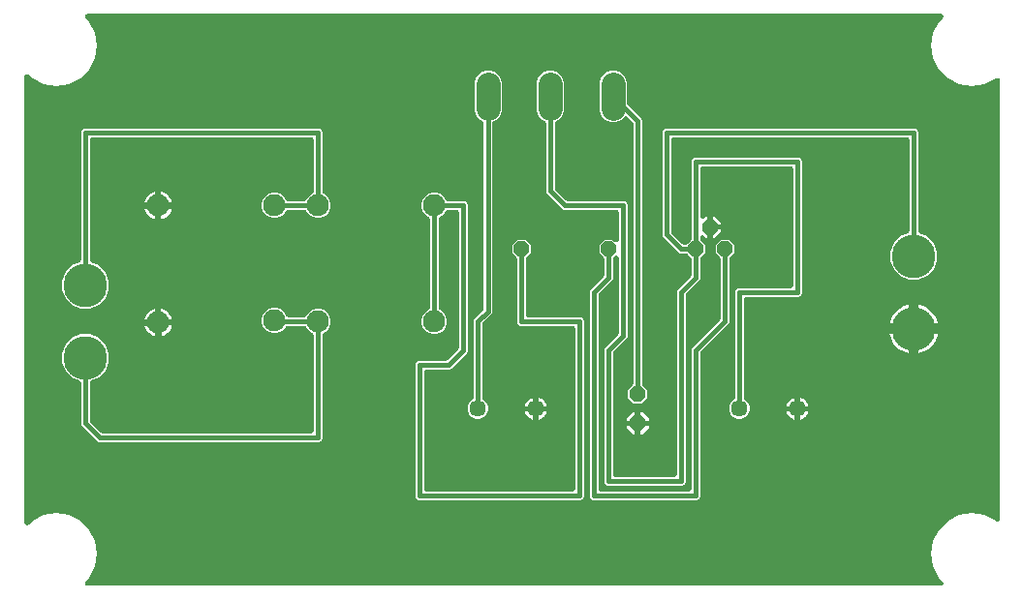
<source format=gbr>
G04 EAGLE Gerber RS-274X export*
G75*
%MOMM*%
%FSLAX34Y34*%
%LPD*%
%INBottom Copper*%
%IPPOS*%
%AMOC8*
5,1,8,0,0,1.08239X$1,22.5*%
G01*
%ADD10P,1.539592X8X292.500000*%
%ADD11C,1.450000*%
%ADD12C,1.930400*%
%ADD13P,1.429621X8X22.500000*%
%ADD14C,2.095500*%
%ADD15C,3.810000*%
%ADD16C,0.457200*%
%ADD17C,0.756400*%

G36*
X950862Y289577D02*
X950862Y289577D01*
X951033Y289587D01*
X951074Y289597D01*
X951116Y289601D01*
X951281Y289648D01*
X951448Y289690D01*
X951486Y289707D01*
X951526Y289719D01*
X951680Y289796D01*
X951836Y289868D01*
X951870Y289893D01*
X951907Y289912D01*
X952043Y290016D01*
X952184Y290116D01*
X952213Y290146D01*
X952246Y290172D01*
X952361Y290300D01*
X952480Y290424D01*
X952502Y290459D01*
X952531Y290491D01*
X952619Y290638D01*
X952713Y290782D01*
X952729Y290821D01*
X952751Y290857D01*
X952810Y291017D01*
X952876Y291177D01*
X952884Y291218D01*
X952899Y291257D01*
X952927Y291426D01*
X952962Y291595D01*
X952963Y291637D01*
X952970Y291678D01*
X952966Y291850D01*
X952969Y292022D01*
X952962Y292063D01*
X952961Y292105D01*
X952926Y292273D01*
X952897Y292443D01*
X952882Y292482D01*
X952873Y292523D01*
X952807Y292682D01*
X952747Y292843D01*
X952725Y292879D01*
X952709Y292918D01*
X952615Y293061D01*
X952526Y293208D01*
X952494Y293245D01*
X952474Y293274D01*
X952418Y293333D01*
X952307Y293462D01*
X949154Y296615D01*
X944107Y306520D01*
X942368Y317500D01*
X944107Y328480D01*
X949154Y338385D01*
X957015Y346246D01*
X966920Y351293D01*
X977900Y353032D01*
X988880Y351293D01*
X998849Y346214D01*
X998899Y346169D01*
X998935Y346148D01*
X998967Y346121D01*
X999117Y346038D01*
X999265Y345949D01*
X999304Y345935D01*
X999341Y345915D01*
X999504Y345861D01*
X999665Y345801D01*
X999706Y345794D01*
X999746Y345781D01*
X999917Y345759D01*
X1000086Y345730D01*
X1000128Y345731D01*
X1000170Y345726D01*
X1000341Y345735D01*
X1000513Y345739D01*
X1000555Y345747D01*
X1000596Y345750D01*
X1000763Y345791D01*
X1000931Y345827D01*
X1000970Y345843D01*
X1001011Y345853D01*
X1001167Y345925D01*
X1001326Y345991D01*
X1001361Y346014D01*
X1001399Y346031D01*
X1001539Y346131D01*
X1001683Y346226D01*
X1001713Y346255D01*
X1001747Y346279D01*
X1001866Y346403D01*
X1001989Y346523D01*
X1002014Y346557D01*
X1002043Y346587D01*
X1002136Y346731D01*
X1002236Y346871D01*
X1002253Y346910D01*
X1002276Y346945D01*
X1002342Y347103D01*
X1002413Y347260D01*
X1002423Y347301D01*
X1002439Y347340D01*
X1002474Y347508D01*
X1002515Y347675D01*
X1002518Y347723D01*
X1002525Y347758D01*
X1002527Y347839D01*
X1002539Y348009D01*
X1002539Y731491D01*
X1002523Y731662D01*
X1002513Y731834D01*
X1002503Y731874D01*
X1002499Y731916D01*
X1002452Y732082D01*
X1002410Y732248D01*
X1002393Y732286D01*
X1002381Y732326D01*
X1002304Y732480D01*
X1002232Y732636D01*
X1002207Y732670D01*
X1002188Y732707D01*
X1002084Y732844D01*
X1001984Y732984D01*
X1001954Y733013D01*
X1001928Y733046D01*
X1001800Y733161D01*
X1001676Y733280D01*
X1001641Y733303D01*
X1001609Y733331D01*
X1001462Y733419D01*
X1001318Y733513D01*
X1001279Y733529D01*
X1001243Y733551D01*
X1001083Y733610D01*
X1000923Y733676D01*
X1000882Y733684D01*
X1000843Y733699D01*
X1000673Y733727D01*
X1000505Y733762D01*
X1000463Y733763D01*
X1000422Y733770D01*
X1000249Y733766D01*
X1000078Y733769D01*
X1000037Y733762D01*
X999995Y733761D01*
X999826Y733726D01*
X999657Y733697D01*
X999618Y733682D01*
X999577Y733673D01*
X999418Y733607D01*
X999257Y733547D01*
X999221Y733525D01*
X999182Y733509D01*
X999039Y733415D01*
X998892Y733325D01*
X998855Y733294D01*
X998826Y733274D01*
X998825Y733274D01*
X988880Y728207D01*
X977900Y726468D01*
X966920Y728207D01*
X957015Y733254D01*
X949154Y741115D01*
X944107Y751020D01*
X942368Y762000D01*
X944107Y772980D01*
X949154Y782885D01*
X952207Y785938D01*
X952316Y786070D01*
X952431Y786199D01*
X952452Y786235D01*
X952479Y786267D01*
X952562Y786417D01*
X952651Y786565D01*
X952665Y786604D01*
X952686Y786641D01*
X952739Y786804D01*
X952799Y786965D01*
X952806Y787007D01*
X952819Y787047D01*
X952841Y787217D01*
X952870Y787386D01*
X952869Y787428D01*
X952874Y787470D01*
X952865Y787642D01*
X952861Y787813D01*
X952852Y787855D01*
X952850Y787897D01*
X952809Y788063D01*
X952773Y788231D01*
X952757Y788270D01*
X952747Y788311D01*
X952675Y788467D01*
X952609Y788626D01*
X952586Y788661D01*
X952568Y788699D01*
X952469Y788839D01*
X952374Y788983D01*
X952345Y789013D01*
X952321Y789047D01*
X952197Y789166D01*
X952077Y789289D01*
X952043Y789314D01*
X952013Y789343D01*
X951869Y789437D01*
X951729Y789536D01*
X951690Y789553D01*
X951655Y789576D01*
X951496Y789642D01*
X951340Y789713D01*
X951299Y789723D01*
X951260Y789739D01*
X951092Y789774D01*
X950925Y789815D01*
X950877Y789818D01*
X950842Y789825D01*
X950761Y789827D01*
X950591Y789839D01*
X205109Y789839D01*
X204938Y789823D01*
X204767Y789813D01*
X204726Y789803D01*
X204684Y789799D01*
X204519Y789752D01*
X204352Y789710D01*
X204314Y789693D01*
X204274Y789681D01*
X204120Y789604D01*
X203964Y789532D01*
X203930Y789507D01*
X203893Y789488D01*
X203757Y789384D01*
X203616Y789284D01*
X203587Y789254D01*
X203554Y789228D01*
X203439Y789100D01*
X203320Y788976D01*
X203298Y788941D01*
X203269Y788909D01*
X203181Y788762D01*
X203087Y788618D01*
X203071Y788579D01*
X203049Y788543D01*
X202990Y788383D01*
X202924Y788223D01*
X202916Y788182D01*
X202901Y788143D01*
X202873Y787974D01*
X202838Y787805D01*
X202837Y787763D01*
X202830Y787722D01*
X202834Y787550D01*
X202831Y787378D01*
X202838Y787337D01*
X202839Y787295D01*
X202874Y787127D01*
X202903Y786957D01*
X202918Y786918D01*
X202927Y786877D01*
X202993Y786718D01*
X203053Y786557D01*
X203075Y786521D01*
X203091Y786482D01*
X203185Y786339D01*
X203274Y786192D01*
X203306Y786155D01*
X203326Y786126D01*
X203382Y786067D01*
X203493Y785938D01*
X206546Y782885D01*
X211593Y772980D01*
X213332Y762000D01*
X211593Y751020D01*
X206546Y741115D01*
X198685Y733254D01*
X188780Y728207D01*
X177800Y726468D01*
X166820Y728207D01*
X156915Y733254D01*
X153762Y736407D01*
X153630Y736516D01*
X153501Y736631D01*
X153465Y736652D01*
X153433Y736679D01*
X153283Y736762D01*
X153135Y736851D01*
X153096Y736865D01*
X153059Y736886D01*
X152896Y736939D01*
X152735Y736999D01*
X152693Y737006D01*
X152653Y737019D01*
X152483Y737041D01*
X152314Y737070D01*
X152272Y737069D01*
X152230Y737074D01*
X152058Y737065D01*
X151887Y737061D01*
X151845Y737052D01*
X151803Y737050D01*
X151637Y737009D01*
X151469Y736973D01*
X151430Y736957D01*
X151389Y736947D01*
X151233Y736875D01*
X151074Y736809D01*
X151039Y736786D01*
X151001Y736768D01*
X150861Y736669D01*
X150717Y736574D01*
X150687Y736545D01*
X150653Y736521D01*
X150534Y736397D01*
X150411Y736277D01*
X150386Y736243D01*
X150357Y736213D01*
X150263Y736069D01*
X150164Y735929D01*
X150147Y735890D01*
X150124Y735855D01*
X150058Y735696D01*
X149987Y735540D01*
X149977Y735499D01*
X149961Y735460D01*
X149926Y735292D01*
X149885Y735125D01*
X149882Y735077D01*
X149875Y735042D01*
X149873Y734961D01*
X149861Y734791D01*
X149861Y344709D01*
X149877Y344538D01*
X149887Y344367D01*
X149897Y344326D01*
X149901Y344284D01*
X149948Y344119D01*
X149990Y343952D01*
X150007Y343914D01*
X150019Y343874D01*
X150096Y343720D01*
X150168Y343564D01*
X150193Y343530D01*
X150212Y343493D01*
X150316Y343357D01*
X150416Y343216D01*
X150446Y343187D01*
X150472Y343154D01*
X150600Y343039D01*
X150724Y342920D01*
X150759Y342898D01*
X150791Y342869D01*
X150938Y342781D01*
X151082Y342687D01*
X151121Y342671D01*
X151157Y342649D01*
X151317Y342590D01*
X151477Y342524D01*
X151518Y342516D01*
X151557Y342501D01*
X151726Y342473D01*
X151895Y342438D01*
X151937Y342437D01*
X151978Y342430D01*
X152150Y342434D01*
X152322Y342431D01*
X152363Y342438D01*
X152405Y342439D01*
X152573Y342474D01*
X152743Y342503D01*
X152782Y342518D01*
X152823Y342527D01*
X152982Y342593D01*
X153143Y342653D01*
X153179Y342675D01*
X153218Y342691D01*
X153361Y342785D01*
X153508Y342874D01*
X153545Y342906D01*
X153574Y342926D01*
X153633Y342982D01*
X153762Y343093D01*
X156915Y346246D01*
X166820Y351293D01*
X177800Y353032D01*
X188780Y351293D01*
X198685Y346246D01*
X206546Y338385D01*
X211593Y328480D01*
X213332Y317500D01*
X211593Y306520D01*
X206546Y296615D01*
X203393Y293462D01*
X203284Y293330D01*
X203169Y293201D01*
X203148Y293165D01*
X203121Y293133D01*
X203038Y292983D01*
X202949Y292835D01*
X202935Y292796D01*
X202914Y292759D01*
X202861Y292596D01*
X202801Y292435D01*
X202794Y292393D01*
X202781Y292353D01*
X202759Y292183D01*
X202730Y292014D01*
X202731Y291972D01*
X202726Y291930D01*
X202735Y291758D01*
X202739Y291587D01*
X202748Y291545D01*
X202750Y291503D01*
X202791Y291337D01*
X202827Y291169D01*
X202843Y291130D01*
X202853Y291089D01*
X202925Y290933D01*
X202991Y290774D01*
X203014Y290739D01*
X203032Y290701D01*
X203131Y290561D01*
X203226Y290417D01*
X203255Y290387D01*
X203279Y290353D01*
X203403Y290234D01*
X203523Y290111D01*
X203557Y290086D01*
X203587Y290057D01*
X203731Y289963D01*
X203871Y289864D01*
X203910Y289847D01*
X203945Y289824D01*
X204104Y289758D01*
X204260Y289687D01*
X204301Y289677D01*
X204340Y289661D01*
X204508Y289626D01*
X204675Y289585D01*
X204723Y289582D01*
X204758Y289575D01*
X204839Y289573D01*
X205009Y289561D01*
X950691Y289561D01*
X950862Y289577D01*
G37*
%LPC*%
G36*
X646942Y364489D02*
X646942Y364489D01*
X645541Y365069D01*
X644469Y366141D01*
X643889Y367542D01*
X643889Y546858D01*
X644469Y548259D01*
X655920Y559709D01*
X655976Y559777D01*
X656039Y559838D01*
X656112Y559941D01*
X656192Y560038D01*
X656235Y560115D01*
X656286Y560187D01*
X656338Y560302D01*
X656399Y560412D01*
X656426Y560495D01*
X656463Y560576D01*
X656493Y560698D01*
X656532Y560818D01*
X656544Y560905D01*
X656565Y560991D01*
X656577Y561161D01*
X656588Y561241D01*
X656586Y561277D01*
X656589Y561325D01*
X656589Y575568D01*
X656581Y575656D01*
X656582Y575744D01*
X656561Y575868D01*
X656549Y575994D01*
X656525Y576078D01*
X656510Y576165D01*
X656466Y576283D01*
X656431Y576404D01*
X656391Y576483D01*
X656360Y576565D01*
X656295Y576673D01*
X656238Y576785D01*
X656185Y576855D01*
X656139Y576930D01*
X656028Y577059D01*
X655978Y577124D01*
X655952Y577148D01*
X655920Y577184D01*
X652271Y580833D01*
X652271Y587567D01*
X657033Y592329D01*
X663767Y592329D01*
X665388Y590708D01*
X665520Y590598D01*
X665649Y590484D01*
X665685Y590462D01*
X665717Y590435D01*
X665867Y590352D01*
X666015Y590264D01*
X666054Y590249D01*
X666091Y590229D01*
X666254Y590175D01*
X666415Y590115D01*
X666457Y590108D01*
X666497Y590095D01*
X666667Y590073D01*
X666836Y590044D01*
X666878Y590045D01*
X666920Y590040D01*
X667092Y590050D01*
X667263Y590053D01*
X667305Y590062D01*
X667347Y590064D01*
X667513Y590106D01*
X667681Y590141D01*
X667720Y590157D01*
X667761Y590167D01*
X667917Y590239D01*
X668076Y590305D01*
X668111Y590328D01*
X668149Y590346D01*
X668289Y590445D01*
X668433Y590540D01*
X668463Y590569D01*
X668497Y590593D01*
X668616Y590717D01*
X668739Y590837D01*
X668764Y590871D01*
X668793Y590901D01*
X668887Y591045D01*
X668986Y591186D01*
X669003Y591224D01*
X669026Y591259D01*
X669092Y591418D01*
X669163Y591574D01*
X669173Y591615D01*
X669189Y591654D01*
X669224Y591822D01*
X669265Y591989D01*
X669268Y592038D01*
X669275Y592072D01*
X669277Y592154D01*
X669289Y592324D01*
X669289Y616204D01*
X669277Y616333D01*
X669275Y616463D01*
X669257Y616546D01*
X669249Y616629D01*
X669213Y616754D01*
X669187Y616881D01*
X669154Y616959D01*
X669131Y617040D01*
X669072Y617156D01*
X669022Y617276D01*
X668976Y617346D01*
X668938Y617421D01*
X668859Y617524D01*
X668788Y617633D01*
X668729Y617693D01*
X668678Y617760D01*
X668581Y617846D01*
X668491Y617939D01*
X668422Y617988D01*
X668359Y618044D01*
X668248Y618111D01*
X668142Y618186D01*
X668065Y618221D01*
X667993Y618264D01*
X667872Y618309D01*
X667753Y618363D01*
X667672Y618383D01*
X667593Y618412D01*
X667465Y618434D01*
X667338Y618465D01*
X667237Y618472D01*
X667172Y618483D01*
X667106Y618482D01*
X667004Y618489D01*
X621542Y618489D01*
X620141Y619069D01*
X606369Y632841D01*
X605789Y634242D01*
X605789Y694133D01*
X605779Y694241D01*
X605779Y694351D01*
X605759Y694454D01*
X605749Y694558D01*
X605719Y694663D01*
X605699Y694770D01*
X605660Y694868D01*
X605631Y694969D01*
X605582Y695066D01*
X605542Y695167D01*
X605486Y695256D01*
X605438Y695350D01*
X605372Y695436D01*
X605314Y695528D01*
X605242Y695605D01*
X605178Y695688D01*
X605097Y695761D01*
X605022Y695841D01*
X604938Y695903D01*
X604859Y695973D01*
X604766Y696029D01*
X604678Y696093D01*
X604559Y696153D01*
X604493Y696193D01*
X604445Y696211D01*
X604379Y696244D01*
X602801Y696898D01*
X599425Y700274D01*
X597598Y704685D01*
X597598Y730415D01*
X599425Y734826D01*
X602801Y738203D01*
X607213Y740030D01*
X611987Y740030D01*
X616399Y738203D01*
X619775Y734826D01*
X621602Y730415D01*
X621602Y704685D01*
X619775Y700274D01*
X616399Y696898D01*
X614821Y696244D01*
X614725Y696193D01*
X614624Y696151D01*
X614537Y696094D01*
X614444Y696045D01*
X614359Y695977D01*
X614267Y695917D01*
X614192Y695844D01*
X614110Y695778D01*
X614039Y695696D01*
X613961Y695620D01*
X613900Y695534D01*
X613832Y695454D01*
X613777Y695360D01*
X613714Y695271D01*
X613671Y695175D01*
X613618Y695084D01*
X613582Y694981D01*
X613537Y694882D01*
X613512Y694780D01*
X613477Y694681D01*
X613461Y694573D01*
X613435Y694467D01*
X613426Y694335D01*
X613414Y694259D01*
X613416Y694207D01*
X613411Y694133D01*
X613411Y637525D01*
X613419Y637437D01*
X613418Y637349D01*
X613439Y637225D01*
X613451Y637100D01*
X613475Y637015D01*
X613490Y636928D01*
X613534Y636810D01*
X613569Y636689D01*
X613609Y636611D01*
X613640Y636528D01*
X613705Y636420D01*
X613762Y636308D01*
X613815Y636238D01*
X613861Y636163D01*
X613972Y636034D01*
X614022Y635970D01*
X614048Y635946D01*
X614080Y635909D01*
X623209Y626780D01*
X623277Y626724D01*
X623338Y626661D01*
X623441Y626588D01*
X623538Y626508D01*
X623615Y626465D01*
X623687Y626414D01*
X623802Y626362D01*
X623912Y626301D01*
X623995Y626274D01*
X624076Y626237D01*
X624198Y626207D01*
X624318Y626168D01*
X624405Y626156D01*
X624491Y626135D01*
X624661Y626123D01*
X624741Y626112D01*
X624777Y626114D01*
X624825Y626111D01*
X673858Y626111D01*
X675259Y625531D01*
X676331Y624459D01*
X676911Y623058D01*
X676911Y507242D01*
X676331Y505841D01*
X664880Y494391D01*
X664824Y494323D01*
X664761Y494262D01*
X664688Y494159D01*
X664608Y494062D01*
X664565Y493985D01*
X664514Y493913D01*
X664462Y493798D01*
X664401Y493688D01*
X664374Y493605D01*
X664337Y493524D01*
X664307Y493402D01*
X664268Y493282D01*
X664256Y493195D01*
X664235Y493109D01*
X664223Y492939D01*
X664212Y492859D01*
X664214Y492823D01*
X664211Y492775D01*
X664211Y387096D01*
X664223Y386967D01*
X664225Y386837D01*
X664243Y386754D01*
X664251Y386671D01*
X664287Y386546D01*
X664313Y386419D01*
X664346Y386341D01*
X664369Y386260D01*
X664428Y386144D01*
X664478Y386024D01*
X664524Y385954D01*
X664562Y385879D01*
X664641Y385776D01*
X664712Y385667D01*
X664771Y385607D01*
X664822Y385540D01*
X664919Y385454D01*
X665009Y385361D01*
X665078Y385312D01*
X665141Y385256D01*
X665252Y385189D01*
X665358Y385114D01*
X665435Y385079D01*
X665507Y385036D01*
X665628Y384991D01*
X665747Y384937D01*
X665828Y384917D01*
X665907Y384888D01*
X666035Y384866D01*
X666162Y384835D01*
X666263Y384828D01*
X666328Y384817D01*
X666394Y384818D01*
X666496Y384811D01*
X717804Y384811D01*
X717933Y384823D01*
X718063Y384825D01*
X718146Y384843D01*
X718229Y384851D01*
X718354Y384887D01*
X718481Y384913D01*
X718559Y384946D01*
X718640Y384969D01*
X718756Y385028D01*
X718876Y385078D01*
X718946Y385124D01*
X719021Y385162D01*
X719124Y385241D01*
X719233Y385312D01*
X719293Y385371D01*
X719360Y385422D01*
X719446Y385519D01*
X719539Y385609D01*
X719588Y385678D01*
X719644Y385741D01*
X719711Y385852D01*
X719786Y385958D01*
X719821Y386035D01*
X719864Y386107D01*
X719909Y386228D01*
X719963Y386347D01*
X719983Y386428D01*
X720012Y386507D01*
X720034Y386635D01*
X720065Y386762D01*
X720072Y386863D01*
X720083Y386928D01*
X720082Y386994D01*
X720089Y387096D01*
X720089Y546858D01*
X720669Y548259D01*
X732120Y559709D01*
X732176Y559777D01*
X732239Y559838D01*
X732312Y559941D01*
X732392Y560038D01*
X732435Y560115D01*
X732486Y560187D01*
X732538Y560302D01*
X732599Y560412D01*
X732626Y560495D01*
X732663Y560576D01*
X732693Y560698D01*
X732732Y560818D01*
X732744Y560905D01*
X732765Y560991D01*
X732777Y561161D01*
X732788Y561241D01*
X732786Y561277D01*
X732789Y561325D01*
X732789Y575568D01*
X732781Y575656D01*
X732782Y575744D01*
X732761Y575868D01*
X732749Y575994D01*
X732725Y576078D01*
X732710Y576165D01*
X732666Y576283D01*
X732631Y576404D01*
X732591Y576483D01*
X732560Y576565D01*
X732495Y576673D01*
X732438Y576785D01*
X732385Y576855D01*
X732339Y576930D01*
X732228Y577059D01*
X732178Y577124D01*
X732152Y577148D01*
X732120Y577184D01*
X729584Y579720D01*
X729517Y579776D01*
X729455Y579839D01*
X729352Y579912D01*
X729255Y579992D01*
X729178Y580035D01*
X729106Y580086D01*
X728992Y580138D01*
X728882Y580199D01*
X728798Y580226D01*
X728718Y580263D01*
X728595Y580293D01*
X728476Y580332D01*
X728388Y580344D01*
X728303Y580365D01*
X728133Y580377D01*
X728052Y580388D01*
X728017Y580386D01*
X727968Y580389D01*
X723142Y580389D01*
X721741Y580969D01*
X707969Y594741D01*
X707389Y596142D01*
X707389Y686558D01*
X707969Y687959D01*
X709041Y689031D01*
X710442Y689611D01*
X927858Y689611D01*
X929259Y689031D01*
X930331Y687959D01*
X930911Y686558D01*
X930911Y600068D01*
X930921Y599960D01*
X930921Y599851D01*
X930941Y599748D01*
X930951Y599643D01*
X930981Y599538D01*
X931001Y599431D01*
X931040Y599334D01*
X931069Y599233D01*
X931118Y599135D01*
X931158Y599034D01*
X931214Y598945D01*
X931262Y598852D01*
X931328Y598765D01*
X931386Y598673D01*
X931458Y598596D01*
X931522Y598513D01*
X931603Y598440D01*
X931678Y598361D01*
X931762Y598298D01*
X931841Y598229D01*
X931934Y598172D01*
X932022Y598108D01*
X932141Y598048D01*
X932207Y598008D01*
X932255Y597991D01*
X932321Y597957D01*
X938755Y595292D01*
X944542Y589505D01*
X947675Y581943D01*
X947675Y573757D01*
X944542Y566195D01*
X938755Y560408D01*
X931193Y557275D01*
X923007Y557275D01*
X915445Y560408D01*
X909658Y566195D01*
X906525Y573757D01*
X906525Y581943D01*
X909658Y589505D01*
X915445Y595292D01*
X921879Y597957D01*
X921975Y598008D01*
X922076Y598050D01*
X922163Y598108D01*
X922256Y598157D01*
X922341Y598225D01*
X922433Y598285D01*
X922508Y598358D01*
X922590Y598423D01*
X922661Y598506D01*
X922739Y598582D01*
X922800Y598667D01*
X922868Y598747D01*
X922923Y598841D01*
X922986Y598931D01*
X923029Y599026D01*
X923082Y599117D01*
X923118Y599220D01*
X923163Y599319D01*
X923188Y599421D01*
X923223Y599520D01*
X923239Y599628D01*
X923265Y599734D01*
X923274Y599867D01*
X923286Y599943D01*
X923284Y599994D01*
X923289Y600068D01*
X923289Y679704D01*
X923277Y679833D01*
X923275Y679963D01*
X923257Y680046D01*
X923249Y680129D01*
X923213Y680254D01*
X923187Y680381D01*
X923154Y680459D01*
X923131Y680540D01*
X923072Y680656D01*
X923022Y680776D01*
X922976Y680846D01*
X922938Y680921D01*
X922859Y681024D01*
X922788Y681133D01*
X922729Y681193D01*
X922678Y681260D01*
X922581Y681346D01*
X922491Y681439D01*
X922422Y681488D01*
X922359Y681544D01*
X922248Y681611D01*
X922142Y681686D01*
X922065Y681721D01*
X921993Y681764D01*
X921872Y681809D01*
X921753Y681863D01*
X921672Y681883D01*
X921593Y681912D01*
X921465Y681934D01*
X921338Y681965D01*
X921237Y681972D01*
X921172Y681983D01*
X921106Y681982D01*
X921004Y681989D01*
X717296Y681989D01*
X717167Y681977D01*
X717037Y681975D01*
X716954Y681957D01*
X716871Y681949D01*
X716746Y681913D01*
X716619Y681887D01*
X716541Y681854D01*
X716460Y681831D01*
X716344Y681772D01*
X716224Y681722D01*
X716154Y681676D01*
X716079Y681638D01*
X715976Y681559D01*
X715867Y681488D01*
X715807Y681429D01*
X715740Y681378D01*
X715654Y681281D01*
X715561Y681191D01*
X715512Y681122D01*
X715456Y681059D01*
X715389Y680948D01*
X715314Y680842D01*
X715279Y680765D01*
X715236Y680693D01*
X715191Y680572D01*
X715137Y680453D01*
X715117Y680372D01*
X715088Y680293D01*
X715066Y680165D01*
X715035Y680038D01*
X715028Y679937D01*
X715017Y679872D01*
X715018Y679806D01*
X715011Y679704D01*
X715011Y599425D01*
X715019Y599337D01*
X715018Y599249D01*
X715039Y599125D01*
X715051Y599000D01*
X715075Y598915D01*
X715090Y598828D01*
X715134Y598710D01*
X715169Y598589D01*
X715209Y598511D01*
X715240Y598428D01*
X715305Y598320D01*
X715362Y598208D01*
X715415Y598138D01*
X715461Y598063D01*
X715572Y597934D01*
X715622Y597870D01*
X715648Y597846D01*
X715680Y597809D01*
X724809Y588680D01*
X724877Y588624D01*
X724938Y588561D01*
X725041Y588488D01*
X725138Y588408D01*
X725215Y588365D01*
X725287Y588314D01*
X725402Y588262D01*
X725512Y588201D01*
X725595Y588174D01*
X725676Y588137D01*
X725798Y588107D01*
X725918Y588068D01*
X726005Y588056D01*
X726091Y588035D01*
X726261Y588023D01*
X726341Y588012D01*
X726377Y588014D01*
X726425Y588011D01*
X727968Y588011D01*
X728056Y588019D01*
X728144Y588018D01*
X728268Y588039D01*
X728394Y588051D01*
X728478Y588075D01*
X728565Y588090D01*
X728683Y588134D01*
X728804Y588169D01*
X728883Y588209D01*
X728965Y588240D01*
X729073Y588305D01*
X729185Y588362D01*
X729255Y588415D01*
X729330Y588461D01*
X729459Y588572D01*
X729524Y588622D01*
X729548Y588648D01*
X729584Y588680D01*
X732120Y591216D01*
X732176Y591283D01*
X732239Y591345D01*
X732312Y591448D01*
X732392Y591545D01*
X732435Y591622D01*
X732486Y591694D01*
X732538Y591808D01*
X732599Y591918D01*
X732626Y592002D01*
X732663Y592082D01*
X732693Y592205D01*
X732732Y592324D01*
X732744Y592412D01*
X732765Y592497D01*
X732777Y592667D01*
X732788Y592748D01*
X732786Y592783D01*
X732789Y592832D01*
X732789Y661158D01*
X733369Y662559D01*
X734441Y663631D01*
X735842Y664211D01*
X826258Y664211D01*
X827659Y663631D01*
X828731Y662559D01*
X829311Y661158D01*
X829311Y545342D01*
X828731Y543941D01*
X827659Y542869D01*
X826258Y542289D01*
X780796Y542289D01*
X780667Y542277D01*
X780537Y542275D01*
X780454Y542257D01*
X780371Y542249D01*
X780246Y542213D01*
X780119Y542187D01*
X780041Y542154D01*
X779960Y542131D01*
X779844Y542072D01*
X779724Y542022D01*
X779654Y541976D01*
X779579Y541938D01*
X779476Y541859D01*
X779367Y541788D01*
X779307Y541729D01*
X779240Y541678D01*
X779154Y541581D01*
X779061Y541491D01*
X779012Y541422D01*
X778956Y541359D01*
X778889Y541248D01*
X778814Y541142D01*
X778779Y541065D01*
X778736Y540993D01*
X778691Y540872D01*
X778637Y540753D01*
X778617Y540672D01*
X778588Y540593D01*
X778566Y540465D01*
X778535Y540338D01*
X778528Y540237D01*
X778517Y540172D01*
X778518Y540106D01*
X778511Y540004D01*
X778511Y453946D01*
X778521Y453838D01*
X778521Y453729D01*
X778541Y453625D01*
X778551Y453521D01*
X778581Y453416D01*
X778601Y453309D01*
X778640Y453212D01*
X778669Y453111D01*
X778718Y453013D01*
X778758Y452912D01*
X778814Y452823D01*
X778862Y452729D01*
X778928Y452643D01*
X778986Y452551D01*
X779058Y452474D01*
X779122Y452391D01*
X779203Y452318D01*
X779278Y452238D01*
X779362Y452176D01*
X779441Y452106D01*
X779534Y452050D01*
X779622Y451986D01*
X779626Y451984D01*
X782139Y449471D01*
X783475Y446245D01*
X783475Y442755D01*
X782139Y439529D01*
X779671Y437061D01*
X776445Y435725D01*
X772955Y435725D01*
X769729Y437061D01*
X767261Y439529D01*
X765925Y442755D01*
X765925Y446245D01*
X767261Y449471D01*
X769790Y452000D01*
X769856Y452034D01*
X769941Y452103D01*
X770033Y452162D01*
X770108Y452235D01*
X770190Y452301D01*
X770261Y452384D01*
X770339Y452459D01*
X770400Y452545D01*
X770468Y452625D01*
X770523Y452719D01*
X770586Y452808D01*
X770629Y452904D01*
X770682Y452995D01*
X770718Y453098D01*
X770763Y453197D01*
X770788Y453299D01*
X770823Y453398D01*
X770839Y453506D01*
X770865Y453612D01*
X770874Y453744D01*
X770886Y453820D01*
X770884Y453872D01*
X770889Y453946D01*
X770889Y546858D01*
X771469Y548259D01*
X772541Y549331D01*
X773942Y549911D01*
X819404Y549911D01*
X819533Y549923D01*
X819663Y549925D01*
X819746Y549943D01*
X819829Y549951D01*
X819954Y549987D01*
X820081Y550013D01*
X820159Y550046D01*
X820240Y550069D01*
X820356Y550128D01*
X820476Y550178D01*
X820546Y550224D01*
X820621Y550262D01*
X820724Y550341D01*
X820833Y550412D01*
X820893Y550471D01*
X820960Y550522D01*
X821046Y550619D01*
X821139Y550709D01*
X821188Y550778D01*
X821244Y550841D01*
X821311Y550952D01*
X821386Y551058D01*
X821421Y551135D01*
X821464Y551207D01*
X821509Y551328D01*
X821563Y551447D01*
X821583Y551528D01*
X821612Y551607D01*
X821634Y551735D01*
X821665Y551862D01*
X821672Y551963D01*
X821683Y552028D01*
X821682Y552094D01*
X821689Y552196D01*
X821689Y654304D01*
X821677Y654433D01*
X821675Y654563D01*
X821657Y654646D01*
X821649Y654729D01*
X821613Y654854D01*
X821587Y654981D01*
X821554Y655059D01*
X821531Y655140D01*
X821472Y655256D01*
X821422Y655376D01*
X821376Y655446D01*
X821338Y655521D01*
X821259Y655624D01*
X821188Y655733D01*
X821129Y655793D01*
X821078Y655860D01*
X820981Y655946D01*
X820891Y656039D01*
X820822Y656088D01*
X820759Y656144D01*
X820648Y656211D01*
X820542Y656286D01*
X820465Y656321D01*
X820393Y656364D01*
X820272Y656409D01*
X820153Y656463D01*
X820072Y656483D01*
X819993Y656512D01*
X819865Y656534D01*
X819738Y656565D01*
X819637Y656572D01*
X819572Y656583D01*
X819506Y656582D01*
X819404Y656589D01*
X742696Y656589D01*
X742567Y656577D01*
X742437Y656575D01*
X742354Y656557D01*
X742271Y656549D01*
X742146Y656513D01*
X742019Y656487D01*
X741941Y656454D01*
X741860Y656431D01*
X741744Y656372D01*
X741624Y656322D01*
X741554Y656276D01*
X741479Y656238D01*
X741376Y656159D01*
X741267Y656088D01*
X741207Y656029D01*
X741140Y655978D01*
X741054Y655881D01*
X740961Y655791D01*
X740912Y655722D01*
X740856Y655659D01*
X740789Y655548D01*
X740714Y655442D01*
X740679Y655365D01*
X740636Y655293D01*
X740591Y655172D01*
X740537Y655053D01*
X740517Y654972D01*
X740488Y654893D01*
X740466Y654765D01*
X740435Y654638D01*
X740428Y654537D01*
X740417Y654472D01*
X740418Y654406D01*
X740411Y654304D01*
X740411Y612810D01*
X740427Y612639D01*
X740437Y612468D01*
X740447Y612427D01*
X740451Y612385D01*
X740498Y612220D01*
X740540Y612053D01*
X740557Y612015D01*
X740569Y611975D01*
X740646Y611821D01*
X740718Y611665D01*
X740743Y611631D01*
X740762Y611594D01*
X740866Y611457D01*
X740966Y611317D01*
X740996Y611288D01*
X741022Y611255D01*
X741150Y611140D01*
X741274Y611022D01*
X741309Y610999D01*
X741341Y610971D01*
X741488Y610882D01*
X741632Y610788D01*
X741671Y610772D01*
X741707Y610750D01*
X741867Y610691D01*
X742027Y610625D01*
X742068Y610617D01*
X742107Y610602D01*
X742277Y610574D01*
X742445Y610539D01*
X742487Y610538D01*
X742528Y610531D01*
X742700Y610535D01*
X742872Y610532D01*
X742913Y610539D01*
X742955Y610540D01*
X743123Y610575D01*
X743293Y610604D01*
X743332Y610619D01*
X743373Y610628D01*
X743532Y610694D01*
X743693Y610754D01*
X743729Y610776D01*
X743768Y610792D01*
X743911Y610886D01*
X744058Y610975D01*
X744095Y611007D01*
X744124Y611027D01*
X744183Y611083D01*
X744312Y611194D01*
X745512Y612395D01*
X747015Y612395D01*
X747015Y603250D01*
X747015Y594105D01*
X745512Y594105D01*
X744312Y595306D01*
X744180Y595415D01*
X744051Y595529D01*
X744015Y595551D01*
X743983Y595578D01*
X743833Y595661D01*
X743685Y595750D01*
X743646Y595764D01*
X743609Y595784D01*
X743446Y595838D01*
X743285Y595898D01*
X743243Y595905D01*
X743203Y595918D01*
X743033Y595940D01*
X742864Y595969D01*
X742822Y595968D01*
X742780Y595973D01*
X742608Y595964D01*
X742437Y595960D01*
X742395Y595951D01*
X742353Y595949D01*
X742187Y595908D01*
X742019Y595872D01*
X741980Y595856D01*
X741939Y595846D01*
X741783Y595774D01*
X741624Y595708D01*
X741589Y595685D01*
X741551Y595667D01*
X741411Y595568D01*
X741267Y595473D01*
X741237Y595444D01*
X741203Y595420D01*
X741084Y595296D01*
X740961Y595176D01*
X740936Y595142D01*
X740907Y595112D01*
X740813Y594968D01*
X740714Y594828D01*
X740697Y594789D01*
X740674Y594754D01*
X740608Y594595D01*
X740537Y594439D01*
X740527Y594398D01*
X740511Y594359D01*
X740476Y594191D01*
X740435Y594024D01*
X740432Y593976D01*
X740425Y593941D01*
X740423Y593860D01*
X740411Y593690D01*
X740411Y592832D01*
X740419Y592744D01*
X740418Y592656D01*
X740439Y592532D01*
X740451Y592406D01*
X740475Y592322D01*
X740490Y592235D01*
X740534Y592117D01*
X740569Y591996D01*
X740609Y591917D01*
X740640Y591835D01*
X740705Y591727D01*
X740762Y591615D01*
X740815Y591545D01*
X740861Y591470D01*
X740972Y591341D01*
X741022Y591276D01*
X741048Y591252D01*
X741080Y591216D01*
X744729Y587567D01*
X744729Y580833D01*
X741080Y577184D01*
X741024Y577117D01*
X740961Y577055D01*
X740888Y576952D01*
X740808Y576855D01*
X740765Y576778D01*
X740714Y576706D01*
X740662Y576592D01*
X740601Y576482D01*
X740574Y576398D01*
X740537Y576318D01*
X740507Y576195D01*
X740468Y576076D01*
X740456Y575988D01*
X740435Y575903D01*
X740423Y575733D01*
X740412Y575652D01*
X740414Y575617D01*
X740411Y575568D01*
X740411Y558042D01*
X739831Y556641D01*
X728380Y545191D01*
X728324Y545123D01*
X728261Y545062D01*
X728188Y544959D01*
X728108Y544862D01*
X728065Y544785D01*
X728014Y544713D01*
X727962Y544598D01*
X727901Y544488D01*
X727874Y544405D01*
X727837Y544324D01*
X727807Y544202D01*
X727768Y544082D01*
X727756Y543995D01*
X727735Y543909D01*
X727723Y543739D01*
X727712Y543659D01*
X727714Y543623D01*
X727711Y543575D01*
X727711Y380242D01*
X727131Y378841D01*
X726059Y377769D01*
X724658Y377189D01*
X659642Y377189D01*
X658241Y377769D01*
X657169Y378841D01*
X656589Y380242D01*
X656589Y496058D01*
X657169Y497459D01*
X668620Y508909D01*
X668676Y508977D01*
X668739Y509038D01*
X668812Y509141D01*
X668892Y509238D01*
X668935Y509315D01*
X668986Y509387D01*
X669038Y509502D01*
X669099Y509612D01*
X669126Y509695D01*
X669163Y509776D01*
X669193Y509898D01*
X669232Y510018D01*
X669244Y510105D01*
X669265Y510191D01*
X669277Y510361D01*
X669288Y510441D01*
X669286Y510477D01*
X669289Y510525D01*
X669289Y576076D01*
X669273Y576247D01*
X669263Y576419D01*
X669253Y576460D01*
X669249Y576502D01*
X669202Y576667D01*
X669160Y576833D01*
X669143Y576872D01*
X669131Y576912D01*
X669054Y577065D01*
X668982Y577222D01*
X668957Y577256D01*
X668938Y577293D01*
X668834Y577429D01*
X668734Y577570D01*
X668704Y577599D01*
X668678Y577632D01*
X668550Y577747D01*
X668426Y577865D01*
X668391Y577888D01*
X668359Y577916D01*
X668212Y578005D01*
X668068Y578099D01*
X668029Y578115D01*
X667993Y578136D01*
X667832Y578196D01*
X667673Y578261D01*
X667632Y578270D01*
X667593Y578285D01*
X667423Y578313D01*
X667255Y578348D01*
X667213Y578349D01*
X667172Y578356D01*
X667000Y578352D01*
X666828Y578355D01*
X666787Y578348D01*
X666745Y578347D01*
X666576Y578312D01*
X666407Y578282D01*
X666368Y578268D01*
X666327Y578259D01*
X666168Y578193D01*
X666007Y578133D01*
X665971Y578111D01*
X665932Y578095D01*
X665789Y578001D01*
X665642Y577911D01*
X665605Y577880D01*
X665576Y577860D01*
X665517Y577804D01*
X665388Y577692D01*
X664880Y577184D01*
X664824Y577116D01*
X664761Y577055D01*
X664688Y576952D01*
X664608Y576855D01*
X664565Y576778D01*
X664514Y576706D01*
X664462Y576591D01*
X664401Y576481D01*
X664374Y576398D01*
X664337Y576318D01*
X664307Y576195D01*
X664268Y576076D01*
X664256Y575989D01*
X664235Y575903D01*
X664223Y575733D01*
X664212Y575652D01*
X664214Y575617D01*
X664211Y575568D01*
X664211Y558042D01*
X663631Y556641D01*
X652180Y545191D01*
X652124Y545123D01*
X652061Y545062D01*
X651988Y544959D01*
X651908Y544862D01*
X651865Y544785D01*
X651814Y544713D01*
X651762Y544598D01*
X651701Y544488D01*
X651674Y544405D01*
X651637Y544324D01*
X651607Y544202D01*
X651568Y544082D01*
X651556Y543995D01*
X651535Y543909D01*
X651523Y543739D01*
X651512Y543659D01*
X651514Y543623D01*
X651511Y543575D01*
X651511Y374396D01*
X651523Y374267D01*
X651525Y374137D01*
X651543Y374054D01*
X651551Y373971D01*
X651587Y373846D01*
X651613Y373719D01*
X651646Y373641D01*
X651669Y373560D01*
X651728Y373444D01*
X651778Y373324D01*
X651824Y373254D01*
X651862Y373179D01*
X651941Y373076D01*
X652012Y372967D01*
X652071Y372907D01*
X652122Y372840D01*
X652219Y372754D01*
X652309Y372661D01*
X652378Y372612D01*
X652441Y372556D01*
X652552Y372489D01*
X652658Y372414D01*
X652735Y372379D01*
X652807Y372336D01*
X652928Y372291D01*
X653047Y372237D01*
X653128Y372217D01*
X653207Y372188D01*
X653335Y372166D01*
X653462Y372135D01*
X653563Y372128D01*
X653628Y372117D01*
X653694Y372118D01*
X653796Y372111D01*
X730504Y372111D01*
X730633Y372123D01*
X730763Y372125D01*
X730846Y372143D01*
X730929Y372151D01*
X731054Y372187D01*
X731181Y372213D01*
X731259Y372246D01*
X731340Y372269D01*
X731456Y372328D01*
X731576Y372378D01*
X731646Y372424D01*
X731721Y372462D01*
X731824Y372541D01*
X731933Y372612D01*
X731993Y372671D01*
X732060Y372722D01*
X732146Y372819D01*
X732239Y372909D01*
X732288Y372978D01*
X732344Y373041D01*
X732411Y373152D01*
X732486Y373258D01*
X732521Y373335D01*
X732564Y373407D01*
X732609Y373528D01*
X732663Y373647D01*
X732683Y373728D01*
X732712Y373807D01*
X732734Y373935D01*
X732765Y374062D01*
X732772Y374163D01*
X732783Y374228D01*
X732782Y374294D01*
X732789Y374396D01*
X732789Y496058D01*
X733369Y497459D01*
X757520Y521609D01*
X757576Y521677D01*
X757639Y521738D01*
X757712Y521841D01*
X757792Y521938D01*
X757835Y522015D01*
X757886Y522087D01*
X757938Y522202D01*
X757999Y522312D01*
X758026Y522395D01*
X758063Y522476D01*
X758093Y522598D01*
X758132Y522718D01*
X758144Y522805D01*
X758165Y522891D01*
X758177Y523061D01*
X758188Y523141D01*
X758186Y523177D01*
X758189Y523225D01*
X758189Y575568D01*
X758181Y575656D01*
X758182Y575744D01*
X758161Y575868D01*
X758149Y575994D01*
X758125Y576078D01*
X758110Y576165D01*
X758066Y576283D01*
X758031Y576404D01*
X757991Y576483D01*
X757960Y576565D01*
X757895Y576673D01*
X757838Y576785D01*
X757785Y576855D01*
X757739Y576930D01*
X757628Y577059D01*
X757578Y577124D01*
X757552Y577148D01*
X757520Y577184D01*
X753871Y580833D01*
X753871Y587567D01*
X758633Y592329D01*
X765367Y592329D01*
X770129Y587567D01*
X770129Y580833D01*
X766480Y577184D01*
X766424Y577117D01*
X766361Y577055D01*
X766288Y576952D01*
X766208Y576855D01*
X766165Y576778D01*
X766114Y576706D01*
X766062Y576592D01*
X766001Y576482D01*
X765974Y576398D01*
X765937Y576318D01*
X765907Y576195D01*
X765868Y576076D01*
X765856Y575988D01*
X765835Y575903D01*
X765823Y575733D01*
X765812Y575652D01*
X765814Y575617D01*
X765811Y575568D01*
X765811Y519942D01*
X765231Y518541D01*
X741080Y494391D01*
X741024Y494323D01*
X740961Y494262D01*
X740888Y494159D01*
X740808Y494062D01*
X740765Y493985D01*
X740714Y493913D01*
X740662Y493798D01*
X740601Y493688D01*
X740574Y493605D01*
X740537Y493524D01*
X740507Y493402D01*
X740468Y493282D01*
X740456Y493195D01*
X740435Y493109D01*
X740423Y492939D01*
X740412Y492859D01*
X740414Y492823D01*
X740411Y492775D01*
X740411Y367542D01*
X739831Y366141D01*
X738759Y365069D01*
X737358Y364489D01*
X646942Y364489D01*
G37*
%LPD*%
%LPC*%
G36*
X494542Y364489D02*
X494542Y364489D01*
X493141Y365069D01*
X492069Y366141D01*
X491489Y367542D01*
X491489Y483358D01*
X492069Y484759D01*
X493141Y485831D01*
X494542Y486411D01*
X518175Y486411D01*
X518263Y486419D01*
X518351Y486418D01*
X518475Y486439D01*
X518600Y486451D01*
X518685Y486475D01*
X518772Y486490D01*
X518890Y486534D01*
X519011Y486569D01*
X519089Y486609D01*
X519172Y486640D01*
X519280Y486705D01*
X519392Y486762D01*
X519462Y486815D01*
X519537Y486861D01*
X519666Y486972D01*
X519730Y487022D01*
X519754Y487048D01*
X519791Y487080D01*
X528920Y496209D01*
X528976Y496277D01*
X529039Y496338D01*
X529112Y496441D01*
X529192Y496538D01*
X529235Y496615D01*
X529286Y496687D01*
X529338Y496802D01*
X529399Y496912D01*
X529426Y496995D01*
X529463Y497076D01*
X529493Y497198D01*
X529532Y497318D01*
X529544Y497405D01*
X529565Y497491D01*
X529577Y497661D01*
X529588Y497741D01*
X529586Y497777D01*
X529589Y497825D01*
X529589Y616204D01*
X529577Y616333D01*
X529575Y616463D01*
X529557Y616546D01*
X529549Y616629D01*
X529513Y616754D01*
X529487Y616881D01*
X529454Y616959D01*
X529431Y617040D01*
X529372Y617156D01*
X529322Y617276D01*
X529276Y617346D01*
X529238Y617421D01*
X529159Y617524D01*
X529088Y617633D01*
X529029Y617693D01*
X528978Y617760D01*
X528881Y617846D01*
X528791Y617939D01*
X528722Y617988D01*
X528659Y618044D01*
X528548Y618111D01*
X528442Y618186D01*
X528365Y618221D01*
X528293Y618264D01*
X528172Y618309D01*
X528053Y618363D01*
X527972Y618383D01*
X527893Y618412D01*
X527765Y618434D01*
X527638Y618465D01*
X527537Y618472D01*
X527472Y618483D01*
X527406Y618482D01*
X527304Y618489D01*
X520046Y618489D01*
X519938Y618479D01*
X519828Y618479D01*
X519725Y618459D01*
X519621Y618449D01*
X519516Y618419D01*
X519409Y618399D01*
X519312Y618360D01*
X519210Y618331D01*
X519113Y618282D01*
X519012Y618242D01*
X518923Y618186D01*
X518829Y618138D01*
X518743Y618072D01*
X518651Y618014D01*
X518574Y617942D01*
X518491Y617878D01*
X518418Y617797D01*
X518338Y617722D01*
X518276Y617638D01*
X518206Y617559D01*
X518150Y617466D01*
X518086Y617378D01*
X518026Y617259D01*
X517986Y617193D01*
X517968Y617145D01*
X517935Y617079D01*
X517475Y615969D01*
X514331Y612825D01*
X513221Y612365D01*
X513125Y612314D01*
X513024Y612272D01*
X512937Y612215D01*
X512844Y612166D01*
X512759Y612098D01*
X512667Y612038D01*
X512592Y611965D01*
X512510Y611899D01*
X512439Y611817D01*
X512361Y611741D01*
X512300Y611655D01*
X512232Y611575D01*
X512177Y611481D01*
X512114Y611392D01*
X512071Y611296D01*
X512018Y611205D01*
X511982Y611102D01*
X511937Y611003D01*
X511912Y610901D01*
X511877Y610802D01*
X511861Y610694D01*
X511835Y610588D01*
X511826Y610456D01*
X511814Y610380D01*
X511816Y610328D01*
X511811Y610254D01*
X511811Y532746D01*
X511821Y532638D01*
X511821Y532528D01*
X511841Y532425D01*
X511851Y532321D01*
X511881Y532216D01*
X511901Y532109D01*
X511940Y532011D01*
X511969Y531910D01*
X512018Y531813D01*
X512058Y531712D01*
X512114Y531623D01*
X512162Y531529D01*
X512228Y531443D01*
X512286Y531351D01*
X512358Y531274D01*
X512422Y531191D01*
X512503Y531118D01*
X512578Y531038D01*
X512662Y530976D01*
X512741Y530906D01*
X512834Y530850D01*
X512922Y530785D01*
X513041Y530726D01*
X513107Y530686D01*
X513155Y530668D01*
X513221Y530635D01*
X514331Y530175D01*
X517475Y527031D01*
X519177Y522923D01*
X519177Y518477D01*
X517475Y514369D01*
X514331Y511225D01*
X510223Y509523D01*
X505777Y509523D01*
X501669Y511225D01*
X498525Y514369D01*
X496823Y518477D01*
X496823Y522923D01*
X498525Y527031D01*
X501669Y530175D01*
X502779Y530635D01*
X502875Y530686D01*
X502976Y530728D01*
X503063Y530785D01*
X503156Y530834D01*
X503241Y530902D01*
X503333Y530962D01*
X503408Y531035D01*
X503490Y531101D01*
X503561Y531183D01*
X503639Y531259D01*
X503700Y531345D01*
X503768Y531425D01*
X503823Y531519D01*
X503886Y531608D01*
X503929Y531704D01*
X503982Y531795D01*
X504018Y531897D01*
X504063Y531997D01*
X504088Y532099D01*
X504123Y532198D01*
X504139Y532305D01*
X504165Y532412D01*
X504174Y532544D01*
X504186Y532620D01*
X504184Y532672D01*
X504189Y532746D01*
X504189Y610254D01*
X504179Y610362D01*
X504179Y610472D01*
X504159Y610575D01*
X504149Y610679D01*
X504119Y610784D01*
X504099Y610891D01*
X504060Y610988D01*
X504031Y611090D01*
X503982Y611187D01*
X503942Y611288D01*
X503886Y611377D01*
X503838Y611471D01*
X503772Y611557D01*
X503714Y611649D01*
X503642Y611726D01*
X503578Y611809D01*
X503497Y611882D01*
X503422Y611962D01*
X503338Y612024D01*
X503259Y612094D01*
X503166Y612150D01*
X503078Y612214D01*
X502959Y612274D01*
X502893Y612314D01*
X502845Y612332D01*
X502779Y612365D01*
X501669Y612825D01*
X498525Y615969D01*
X496823Y620077D01*
X496823Y624523D01*
X498525Y628631D01*
X501669Y631775D01*
X505777Y633477D01*
X510223Y633477D01*
X514331Y631775D01*
X517475Y628631D01*
X517935Y627521D01*
X517986Y627425D01*
X518028Y627324D01*
X518085Y627237D01*
X518134Y627144D01*
X518202Y627059D01*
X518262Y626967D01*
X518335Y626892D01*
X518401Y626810D01*
X518483Y626739D01*
X518559Y626661D01*
X518645Y626600D01*
X518725Y626532D01*
X518819Y626477D01*
X518908Y626414D01*
X519004Y626371D01*
X519095Y626318D01*
X519198Y626282D01*
X519297Y626237D01*
X519399Y626212D01*
X519498Y626177D01*
X519606Y626161D01*
X519712Y626135D01*
X519844Y626126D01*
X519920Y626114D01*
X519972Y626116D01*
X520046Y626111D01*
X534158Y626111D01*
X535559Y625531D01*
X536631Y624459D01*
X537211Y623058D01*
X537211Y494542D01*
X536631Y493141D01*
X522859Y479369D01*
X521458Y478789D01*
X501396Y478789D01*
X501267Y478777D01*
X501137Y478775D01*
X501054Y478757D01*
X500971Y478749D01*
X500846Y478713D01*
X500719Y478687D01*
X500641Y478654D01*
X500560Y478631D01*
X500444Y478572D01*
X500324Y478522D01*
X500254Y478476D01*
X500179Y478438D01*
X500076Y478359D01*
X499967Y478288D01*
X499907Y478229D01*
X499840Y478178D01*
X499754Y478081D01*
X499661Y477991D01*
X499612Y477922D01*
X499556Y477859D01*
X499489Y477748D01*
X499414Y477642D01*
X499379Y477565D01*
X499336Y477493D01*
X499291Y477372D01*
X499237Y477253D01*
X499217Y477172D01*
X499188Y477093D01*
X499166Y476965D01*
X499135Y476838D01*
X499128Y476737D01*
X499117Y476672D01*
X499118Y476606D01*
X499111Y476504D01*
X499111Y374396D01*
X499123Y374267D01*
X499125Y374137D01*
X499143Y374054D01*
X499151Y373971D01*
X499187Y373846D01*
X499213Y373719D01*
X499246Y373641D01*
X499269Y373560D01*
X499328Y373444D01*
X499378Y373324D01*
X499424Y373254D01*
X499462Y373179D01*
X499541Y373076D01*
X499612Y372967D01*
X499671Y372907D01*
X499722Y372840D01*
X499819Y372754D01*
X499909Y372661D01*
X499978Y372612D01*
X500041Y372556D01*
X500152Y372489D01*
X500258Y372414D01*
X500335Y372379D01*
X500407Y372336D01*
X500528Y372291D01*
X500647Y372237D01*
X500728Y372217D01*
X500807Y372188D01*
X500935Y372166D01*
X501062Y372135D01*
X501163Y372128D01*
X501228Y372117D01*
X501294Y372118D01*
X501396Y372111D01*
X628904Y372111D01*
X629033Y372123D01*
X629163Y372125D01*
X629246Y372143D01*
X629329Y372151D01*
X629454Y372187D01*
X629581Y372213D01*
X629659Y372246D01*
X629740Y372269D01*
X629856Y372328D01*
X629976Y372378D01*
X630046Y372424D01*
X630121Y372462D01*
X630224Y372541D01*
X630333Y372612D01*
X630393Y372671D01*
X630460Y372722D01*
X630546Y372819D01*
X630639Y372909D01*
X630688Y372978D01*
X630744Y373041D01*
X630811Y373152D01*
X630886Y373258D01*
X630921Y373335D01*
X630964Y373407D01*
X631009Y373528D01*
X631063Y373647D01*
X631083Y373728D01*
X631112Y373807D01*
X631134Y373935D01*
X631165Y374062D01*
X631172Y374163D01*
X631183Y374228D01*
X631182Y374294D01*
X631189Y374396D01*
X631189Y514604D01*
X631177Y514733D01*
X631175Y514863D01*
X631157Y514946D01*
X631149Y515029D01*
X631113Y515154D01*
X631087Y515281D01*
X631054Y515359D01*
X631031Y515440D01*
X630972Y515556D01*
X630922Y515676D01*
X630876Y515746D01*
X630838Y515821D01*
X630759Y515924D01*
X630688Y516033D01*
X630629Y516093D01*
X630578Y516160D01*
X630481Y516246D01*
X630391Y516339D01*
X630322Y516388D01*
X630259Y516444D01*
X630148Y516511D01*
X630042Y516586D01*
X629965Y516621D01*
X629893Y516664D01*
X629772Y516709D01*
X629653Y516763D01*
X629572Y516783D01*
X629493Y516812D01*
X629365Y516834D01*
X629238Y516865D01*
X629137Y516872D01*
X629072Y516883D01*
X629006Y516882D01*
X628904Y516889D01*
X583442Y516889D01*
X582041Y517469D01*
X580969Y518541D01*
X580389Y519942D01*
X580389Y575568D01*
X580381Y575656D01*
X580382Y575744D01*
X580361Y575868D01*
X580349Y575994D01*
X580325Y576078D01*
X580310Y576165D01*
X580266Y576283D01*
X580231Y576404D01*
X580191Y576483D01*
X580160Y576565D01*
X580095Y576673D01*
X580038Y576785D01*
X579985Y576855D01*
X579939Y576930D01*
X579828Y577059D01*
X579778Y577124D01*
X579752Y577148D01*
X579720Y577184D01*
X576071Y580833D01*
X576071Y587567D01*
X580833Y592329D01*
X587567Y592329D01*
X592329Y587567D01*
X592329Y580833D01*
X588680Y577184D01*
X588624Y577117D01*
X588561Y577055D01*
X588488Y576952D01*
X588408Y576855D01*
X588365Y576778D01*
X588314Y576706D01*
X588262Y576591D01*
X588201Y576482D01*
X588174Y576398D01*
X588137Y576318D01*
X588107Y576195D01*
X588068Y576076D01*
X588056Y575988D01*
X588035Y575903D01*
X588023Y575733D01*
X588012Y575652D01*
X588014Y575617D01*
X588011Y575568D01*
X588011Y526796D01*
X588023Y526667D01*
X588025Y526537D01*
X588043Y526454D01*
X588051Y526371D01*
X588087Y526246D01*
X588113Y526119D01*
X588146Y526041D01*
X588169Y525960D01*
X588228Y525844D01*
X588278Y525724D01*
X588324Y525654D01*
X588362Y525579D01*
X588441Y525476D01*
X588512Y525367D01*
X588571Y525307D01*
X588622Y525240D01*
X588719Y525154D01*
X588809Y525061D01*
X588878Y525012D01*
X588941Y524956D01*
X589052Y524889D01*
X589158Y524814D01*
X589235Y524779D01*
X589307Y524736D01*
X589428Y524691D01*
X589547Y524637D01*
X589628Y524617D01*
X589707Y524588D01*
X589835Y524566D01*
X589962Y524535D01*
X590063Y524528D01*
X590128Y524517D01*
X590194Y524518D01*
X590296Y524511D01*
X635758Y524511D01*
X637159Y523931D01*
X638231Y522859D01*
X638811Y521458D01*
X638811Y367542D01*
X638231Y366141D01*
X637159Y365069D01*
X635758Y364489D01*
X494542Y364489D01*
G37*
%LPD*%
%LPC*%
G36*
X199107Y531875D02*
X199107Y531875D01*
X191545Y535008D01*
X185758Y540795D01*
X182625Y548357D01*
X182625Y556543D01*
X185758Y564105D01*
X191545Y569892D01*
X197979Y572557D01*
X198075Y572608D01*
X198176Y572650D01*
X198263Y572708D01*
X198356Y572757D01*
X198441Y572825D01*
X198533Y572885D01*
X198608Y572958D01*
X198690Y573023D01*
X198761Y573106D01*
X198839Y573182D01*
X198900Y573267D01*
X198968Y573347D01*
X199023Y573441D01*
X199086Y573531D01*
X199129Y573626D01*
X199182Y573717D01*
X199218Y573820D01*
X199263Y573919D01*
X199288Y574021D01*
X199323Y574120D01*
X199339Y574228D01*
X199365Y574334D01*
X199374Y574467D01*
X199386Y574543D01*
X199384Y574594D01*
X199389Y574668D01*
X199389Y686558D01*
X199969Y687959D01*
X201041Y689031D01*
X202442Y689611D01*
X407158Y689611D01*
X408559Y689031D01*
X409631Y687959D01*
X410211Y686558D01*
X410211Y634346D01*
X410221Y634238D01*
X410221Y634128D01*
X410241Y634025D01*
X410251Y633921D01*
X410281Y633816D01*
X410301Y633709D01*
X410340Y633612D01*
X410369Y633510D01*
X410418Y633413D01*
X410458Y633312D01*
X410514Y633223D01*
X410562Y633129D01*
X410628Y633043D01*
X410686Y632951D01*
X410758Y632874D01*
X410822Y632791D01*
X410903Y632718D01*
X410978Y632638D01*
X411062Y632576D01*
X411141Y632506D01*
X411234Y632450D01*
X411322Y632386D01*
X411441Y632326D01*
X411507Y632286D01*
X411555Y632268D01*
X411621Y632235D01*
X412731Y631775D01*
X415875Y628631D01*
X417577Y624523D01*
X417577Y620077D01*
X415875Y615969D01*
X412731Y612825D01*
X408623Y611123D01*
X404177Y611123D01*
X400069Y612825D01*
X396925Y615969D01*
X396465Y617079D01*
X396414Y617175D01*
X396372Y617276D01*
X396315Y617363D01*
X396266Y617456D01*
X396198Y617541D01*
X396138Y617633D01*
X396065Y617708D01*
X395999Y617790D01*
X395917Y617861D01*
X395841Y617939D01*
X395755Y618000D01*
X395675Y618068D01*
X395581Y618123D01*
X395492Y618186D01*
X395396Y618229D01*
X395305Y618282D01*
X395202Y618318D01*
X395103Y618363D01*
X395001Y618388D01*
X394902Y618423D01*
X394794Y618439D01*
X394688Y618465D01*
X394556Y618474D01*
X394480Y618486D01*
X394428Y618484D01*
X394354Y618489D01*
X380346Y618489D01*
X380238Y618479D01*
X380128Y618479D01*
X380025Y618459D01*
X379921Y618449D01*
X379816Y618419D01*
X379709Y618399D01*
X379612Y618360D01*
X379510Y618331D01*
X379413Y618282D01*
X379312Y618242D01*
X379223Y618186D01*
X379129Y618138D01*
X379043Y618072D01*
X378951Y618014D01*
X378874Y617942D01*
X378791Y617878D01*
X378718Y617797D01*
X378638Y617722D01*
X378576Y617638D01*
X378506Y617559D01*
X378450Y617466D01*
X378386Y617378D01*
X378326Y617259D01*
X378286Y617193D01*
X378268Y617145D01*
X378235Y617079D01*
X377775Y615969D01*
X374631Y612825D01*
X370523Y611123D01*
X366077Y611123D01*
X361969Y612825D01*
X358825Y615969D01*
X357123Y620077D01*
X357123Y624523D01*
X358825Y628631D01*
X361969Y631775D01*
X366077Y633477D01*
X370523Y633477D01*
X374631Y631775D01*
X377775Y628631D01*
X378235Y627521D01*
X378286Y627425D01*
X378328Y627324D01*
X378385Y627237D01*
X378434Y627144D01*
X378502Y627059D01*
X378562Y626967D01*
X378635Y626892D01*
X378701Y626810D01*
X378783Y626739D01*
X378859Y626661D01*
X378945Y626600D01*
X379025Y626532D01*
X379119Y626477D01*
X379208Y626414D01*
X379304Y626371D01*
X379395Y626318D01*
X379498Y626282D01*
X379597Y626237D01*
X379699Y626212D01*
X379798Y626177D01*
X379906Y626161D01*
X380012Y626135D01*
X380144Y626126D01*
X380220Y626114D01*
X380272Y626116D01*
X380346Y626111D01*
X394354Y626111D01*
X394462Y626121D01*
X394572Y626121D01*
X394675Y626141D01*
X394779Y626151D01*
X394884Y626181D01*
X394991Y626201D01*
X395088Y626240D01*
X395190Y626269D01*
X395287Y626318D01*
X395388Y626358D01*
X395477Y626414D01*
X395571Y626462D01*
X395657Y626528D01*
X395749Y626586D01*
X395826Y626658D01*
X395909Y626722D01*
X395982Y626803D01*
X396062Y626878D01*
X396124Y626962D01*
X396194Y627041D01*
X396250Y627134D01*
X396314Y627222D01*
X396374Y627341D01*
X396414Y627407D01*
X396432Y627455D01*
X396465Y627521D01*
X396925Y628631D01*
X400069Y631775D01*
X401179Y632235D01*
X401275Y632286D01*
X401376Y632328D01*
X401463Y632385D01*
X401556Y632434D01*
X401641Y632502D01*
X401733Y632562D01*
X401808Y632635D01*
X401890Y632701D01*
X401961Y632783D01*
X402039Y632859D01*
X402100Y632945D01*
X402168Y633025D01*
X402223Y633119D01*
X402286Y633208D01*
X402329Y633304D01*
X402382Y633395D01*
X402418Y633498D01*
X402463Y633597D01*
X402488Y633699D01*
X402523Y633798D01*
X402539Y633906D01*
X402565Y634012D01*
X402574Y634144D01*
X402586Y634220D01*
X402584Y634272D01*
X402589Y634346D01*
X402589Y679704D01*
X402577Y679833D01*
X402575Y679963D01*
X402557Y680046D01*
X402549Y680129D01*
X402513Y680254D01*
X402487Y680381D01*
X402454Y680459D01*
X402431Y680540D01*
X402372Y680656D01*
X402322Y680776D01*
X402276Y680846D01*
X402238Y680921D01*
X402159Y681024D01*
X402088Y681133D01*
X402029Y681193D01*
X401978Y681260D01*
X401881Y681346D01*
X401791Y681439D01*
X401722Y681488D01*
X401659Y681544D01*
X401548Y681611D01*
X401442Y681686D01*
X401365Y681721D01*
X401293Y681764D01*
X401172Y681809D01*
X401053Y681863D01*
X400972Y681883D01*
X400893Y681912D01*
X400765Y681934D01*
X400638Y681965D01*
X400537Y681972D01*
X400472Y681983D01*
X400406Y681982D01*
X400304Y681989D01*
X209296Y681989D01*
X209167Y681977D01*
X209037Y681975D01*
X208954Y681957D01*
X208871Y681949D01*
X208746Y681913D01*
X208619Y681887D01*
X208541Y681854D01*
X208460Y681831D01*
X208344Y681772D01*
X208224Y681722D01*
X208154Y681676D01*
X208079Y681638D01*
X207976Y681559D01*
X207867Y681488D01*
X207807Y681429D01*
X207740Y681378D01*
X207654Y681281D01*
X207561Y681191D01*
X207512Y681122D01*
X207456Y681059D01*
X207389Y680948D01*
X207314Y680842D01*
X207279Y680765D01*
X207236Y680693D01*
X207191Y680572D01*
X207137Y680453D01*
X207117Y680372D01*
X207088Y680293D01*
X207066Y680165D01*
X207035Y680038D01*
X207028Y679937D01*
X207017Y679872D01*
X207018Y679806D01*
X207011Y679704D01*
X207011Y574668D01*
X207021Y574560D01*
X207021Y574451D01*
X207041Y574348D01*
X207051Y574243D01*
X207081Y574138D01*
X207101Y574031D01*
X207140Y573934D01*
X207169Y573833D01*
X207218Y573735D01*
X207258Y573634D01*
X207314Y573545D01*
X207362Y573452D01*
X207428Y573365D01*
X207486Y573273D01*
X207558Y573196D01*
X207622Y573113D01*
X207703Y573040D01*
X207778Y572961D01*
X207862Y572898D01*
X207941Y572829D01*
X208034Y572772D01*
X208122Y572708D01*
X208241Y572648D01*
X208307Y572608D01*
X208355Y572591D01*
X208421Y572557D01*
X214855Y569892D01*
X220642Y564105D01*
X223775Y556543D01*
X223775Y548357D01*
X220642Y540795D01*
X214855Y535008D01*
X207293Y531875D01*
X199107Y531875D01*
G37*
%LPD*%
%LPC*%
G36*
X215142Y415289D02*
X215142Y415289D01*
X213741Y415869D01*
X199969Y429641D01*
X199389Y431042D01*
X199389Y466732D01*
X199379Y466840D01*
X199379Y466949D01*
X199359Y467052D01*
X199349Y467157D01*
X199319Y467262D01*
X199299Y467369D01*
X199260Y467466D01*
X199231Y467567D01*
X199182Y467665D01*
X199142Y467766D01*
X199086Y467855D01*
X199038Y467948D01*
X198972Y468035D01*
X198914Y468127D01*
X198842Y468204D01*
X198778Y468287D01*
X198697Y468360D01*
X198622Y468439D01*
X198538Y468502D01*
X198459Y468571D01*
X198366Y468628D01*
X198278Y468692D01*
X198159Y468752D01*
X198093Y468792D01*
X198045Y468809D01*
X197979Y468843D01*
X191545Y471508D01*
X185758Y477295D01*
X182625Y484857D01*
X182625Y493043D01*
X185758Y500605D01*
X191545Y506392D01*
X199107Y509525D01*
X207293Y509525D01*
X214855Y506392D01*
X220642Y500605D01*
X223775Y493043D01*
X223775Y484857D01*
X220642Y477295D01*
X214855Y471508D01*
X208421Y468843D01*
X208325Y468792D01*
X208224Y468750D01*
X208137Y468692D01*
X208044Y468643D01*
X207959Y468575D01*
X207867Y468515D01*
X207792Y468442D01*
X207710Y468377D01*
X207639Y468294D01*
X207561Y468218D01*
X207500Y468133D01*
X207432Y468053D01*
X207377Y467959D01*
X207314Y467869D01*
X207271Y467774D01*
X207218Y467683D01*
X207182Y467580D01*
X207137Y467481D01*
X207112Y467379D01*
X207077Y467280D01*
X207061Y467172D01*
X207035Y467066D01*
X207026Y466933D01*
X207014Y466857D01*
X207016Y466806D01*
X207011Y466732D01*
X207011Y434325D01*
X207019Y434237D01*
X207018Y434149D01*
X207039Y434025D01*
X207051Y433900D01*
X207075Y433815D01*
X207090Y433728D01*
X207134Y433610D01*
X207169Y433489D01*
X207209Y433411D01*
X207240Y433328D01*
X207305Y433220D01*
X207362Y433108D01*
X207415Y433038D01*
X207461Y432963D01*
X207572Y432834D01*
X207622Y432770D01*
X207648Y432746D01*
X207680Y432709D01*
X216809Y423580D01*
X216877Y423524D01*
X216938Y423461D01*
X217041Y423388D01*
X217138Y423308D01*
X217215Y423265D01*
X217287Y423214D01*
X217402Y423162D01*
X217512Y423101D01*
X217595Y423074D01*
X217676Y423037D01*
X217798Y423007D01*
X217918Y422968D01*
X218005Y422956D01*
X218091Y422935D01*
X218261Y422923D01*
X218341Y422912D01*
X218377Y422914D01*
X218425Y422911D01*
X400304Y422911D01*
X400433Y422923D01*
X400563Y422925D01*
X400646Y422943D01*
X400729Y422951D01*
X400854Y422987D01*
X400981Y423013D01*
X401059Y423046D01*
X401140Y423069D01*
X401256Y423128D01*
X401376Y423178D01*
X401446Y423224D01*
X401521Y423262D01*
X401624Y423341D01*
X401733Y423412D01*
X401793Y423471D01*
X401860Y423522D01*
X401946Y423619D01*
X402039Y423709D01*
X402088Y423778D01*
X402144Y423841D01*
X402211Y423952D01*
X402286Y424058D01*
X402321Y424135D01*
X402364Y424207D01*
X402409Y424328D01*
X402463Y424447D01*
X402483Y424528D01*
X402512Y424607D01*
X402534Y424735D01*
X402565Y424862D01*
X402572Y424963D01*
X402583Y425028D01*
X402582Y425094D01*
X402589Y425196D01*
X402589Y508654D01*
X402579Y508762D01*
X402579Y508872D01*
X402559Y508975D01*
X402549Y509079D01*
X402519Y509184D01*
X402499Y509291D01*
X402460Y509388D01*
X402431Y509490D01*
X402382Y509587D01*
X402342Y509688D01*
X402286Y509777D01*
X402238Y509871D01*
X402172Y509957D01*
X402114Y510049D01*
X402042Y510126D01*
X401978Y510209D01*
X401897Y510282D01*
X401822Y510362D01*
X401738Y510424D01*
X401659Y510494D01*
X401566Y510550D01*
X401478Y510614D01*
X401359Y510674D01*
X401293Y510714D01*
X401245Y510732D01*
X401179Y510765D01*
X400069Y511225D01*
X396925Y514369D01*
X396465Y515479D01*
X396414Y515575D01*
X396372Y515676D01*
X396315Y515763D01*
X396266Y515856D01*
X396198Y515941D01*
X396138Y516033D01*
X396065Y516108D01*
X395999Y516190D01*
X395917Y516261D01*
X395841Y516339D01*
X395755Y516400D01*
X395675Y516468D01*
X395581Y516523D01*
X395492Y516586D01*
X395396Y516629D01*
X395305Y516682D01*
X395202Y516718D01*
X395103Y516763D01*
X395001Y516788D01*
X394902Y516823D01*
X394794Y516839D01*
X394688Y516865D01*
X394556Y516874D01*
X394480Y516886D01*
X394428Y516884D01*
X394354Y516889D01*
X380009Y516889D01*
X379901Y516879D01*
X379792Y516879D01*
X379689Y516859D01*
X379584Y516849D01*
X379479Y516819D01*
X379372Y516799D01*
X379275Y516760D01*
X379174Y516731D01*
X379076Y516682D01*
X378975Y516642D01*
X378886Y516586D01*
X378793Y516538D01*
X378706Y516472D01*
X378614Y516414D01*
X378537Y516342D01*
X378454Y516278D01*
X378381Y516197D01*
X378301Y516122D01*
X378239Y516038D01*
X378169Y515959D01*
X378113Y515866D01*
X378049Y515778D01*
X377989Y515659D01*
X377949Y515593D01*
X377931Y515545D01*
X377898Y515479D01*
X377769Y515167D01*
X374625Y512023D01*
X370517Y510321D01*
X366070Y510321D01*
X361963Y512023D01*
X358819Y515167D01*
X357117Y519275D01*
X357117Y523721D01*
X358819Y527829D01*
X361963Y530973D01*
X366070Y532675D01*
X370517Y532675D01*
X374625Y530973D01*
X377769Y527829D01*
X378559Y525921D01*
X378610Y525825D01*
X378652Y525724D01*
X378710Y525637D01*
X378759Y525544D01*
X378827Y525459D01*
X378887Y525367D01*
X378960Y525292D01*
X379025Y525210D01*
X379108Y525139D01*
X379184Y525061D01*
X379269Y525000D01*
X379349Y524932D01*
X379443Y524877D01*
X379532Y524814D01*
X379628Y524771D01*
X379719Y524718D01*
X379822Y524682D01*
X379921Y524637D01*
X380023Y524612D01*
X380122Y524577D01*
X380230Y524561D01*
X380336Y524535D01*
X380469Y524526D01*
X380545Y524514D01*
X380596Y524516D01*
X380670Y524511D01*
X394354Y524511D01*
X394462Y524521D01*
X394572Y524521D01*
X394675Y524541D01*
X394779Y524551D01*
X394884Y524581D01*
X394991Y524601D01*
X395088Y524640D01*
X395190Y524669D01*
X395287Y524718D01*
X395388Y524758D01*
X395477Y524814D01*
X395571Y524862D01*
X395657Y524928D01*
X395749Y524986D01*
X395826Y525058D01*
X395909Y525122D01*
X395982Y525203D01*
X396062Y525278D01*
X396124Y525362D01*
X396194Y525441D01*
X396250Y525534D01*
X396314Y525622D01*
X396374Y525741D01*
X396414Y525807D01*
X396432Y525855D01*
X396465Y525921D01*
X396925Y527031D01*
X400069Y530175D01*
X404177Y531877D01*
X408623Y531877D01*
X412731Y530175D01*
X415875Y527031D01*
X417577Y522923D01*
X417577Y518477D01*
X415875Y514369D01*
X412731Y511225D01*
X411621Y510765D01*
X411525Y510714D01*
X411424Y510672D01*
X411337Y510615D01*
X411244Y510566D01*
X411159Y510498D01*
X411067Y510438D01*
X410992Y510365D01*
X410910Y510299D01*
X410839Y510217D01*
X410761Y510141D01*
X410700Y510055D01*
X410632Y509975D01*
X410577Y509881D01*
X410514Y509792D01*
X410471Y509696D01*
X410418Y509605D01*
X410382Y509502D01*
X410337Y509403D01*
X410312Y509301D01*
X410277Y509202D01*
X410261Y509094D01*
X410235Y508988D01*
X410226Y508856D01*
X410214Y508780D01*
X410216Y508728D01*
X410211Y508654D01*
X410211Y418342D01*
X409631Y416941D01*
X408559Y415869D01*
X407158Y415289D01*
X215142Y415289D01*
G37*
%LPD*%
%LPC*%
G36*
X544355Y435725D02*
X544355Y435725D01*
X541129Y437061D01*
X538661Y439529D01*
X537325Y442755D01*
X537325Y446245D01*
X538661Y449471D01*
X541190Y452000D01*
X541256Y452034D01*
X541341Y452103D01*
X541433Y452162D01*
X541508Y452235D01*
X541590Y452301D01*
X541661Y452384D01*
X541739Y452459D01*
X541800Y452545D01*
X541868Y452625D01*
X541923Y452719D01*
X541986Y452808D01*
X542029Y452904D01*
X542082Y452995D01*
X542118Y453098D01*
X542163Y453197D01*
X542188Y453299D01*
X542223Y453398D01*
X542239Y453506D01*
X542265Y453612D01*
X542274Y453744D01*
X542286Y453820D01*
X542284Y453872D01*
X542289Y453946D01*
X542289Y521458D01*
X542869Y522859D01*
X550510Y530499D01*
X550566Y530567D01*
X550629Y530628D01*
X550702Y530731D01*
X550782Y530828D01*
X550825Y530905D01*
X550876Y530977D01*
X550928Y531092D01*
X550989Y531202D01*
X551016Y531285D01*
X551053Y531366D01*
X551083Y531488D01*
X551122Y531608D01*
X551134Y531695D01*
X551155Y531781D01*
X551167Y531951D01*
X551178Y532031D01*
X551176Y532067D01*
X551179Y532115D01*
X551179Y694133D01*
X551169Y694241D01*
X551169Y694351D01*
X551149Y694454D01*
X551139Y694558D01*
X551109Y694663D01*
X551089Y694770D01*
X551050Y694868D01*
X551021Y694969D01*
X550972Y695066D01*
X550932Y695167D01*
X550876Y695256D01*
X550828Y695350D01*
X550762Y695436D01*
X550704Y695528D01*
X550632Y695605D01*
X550568Y695688D01*
X550487Y695761D01*
X550412Y695841D01*
X550328Y695903D01*
X550249Y695973D01*
X550156Y696029D01*
X550068Y696093D01*
X549949Y696153D01*
X549883Y696193D01*
X549835Y696211D01*
X549769Y696244D01*
X548191Y696898D01*
X544815Y700274D01*
X542988Y704685D01*
X542988Y730415D01*
X544815Y734826D01*
X548191Y738203D01*
X552603Y740030D01*
X557377Y740030D01*
X561789Y738203D01*
X565165Y734826D01*
X566992Y730415D01*
X566992Y704685D01*
X565165Y700274D01*
X561789Y696898D01*
X560211Y696244D01*
X560115Y696193D01*
X560014Y696151D01*
X559927Y696094D01*
X559834Y696045D01*
X559749Y695977D01*
X559657Y695917D01*
X559582Y695844D01*
X559500Y695778D01*
X559429Y695696D01*
X559351Y695620D01*
X559290Y695534D01*
X559222Y695454D01*
X559167Y695360D01*
X559104Y695271D01*
X559061Y695175D01*
X559008Y695084D01*
X558972Y694981D01*
X558927Y694882D01*
X558902Y694780D01*
X558867Y694681D01*
X558851Y694573D01*
X558825Y694467D01*
X558816Y694335D01*
X558804Y694259D01*
X558806Y694207D01*
X558801Y694133D01*
X558801Y528832D01*
X558221Y527431D01*
X550580Y519791D01*
X550524Y519723D01*
X550461Y519662D01*
X550388Y519559D01*
X550308Y519462D01*
X550265Y519385D01*
X550214Y519313D01*
X550162Y519198D01*
X550101Y519088D01*
X550074Y519005D01*
X550037Y518924D01*
X550007Y518802D01*
X549968Y518682D01*
X549956Y518595D01*
X549935Y518509D01*
X549923Y518339D01*
X549912Y518259D01*
X549914Y518223D01*
X549911Y518175D01*
X549911Y453946D01*
X549921Y453838D01*
X549921Y453729D01*
X549941Y453625D01*
X549951Y453521D01*
X549981Y453416D01*
X550001Y453309D01*
X550040Y453212D01*
X550069Y453111D01*
X550118Y453013D01*
X550158Y452912D01*
X550214Y452823D01*
X550262Y452729D01*
X550328Y452643D01*
X550386Y452551D01*
X550458Y452474D01*
X550522Y452391D01*
X550603Y452318D01*
X550678Y452238D01*
X550762Y452176D01*
X550841Y452106D01*
X550934Y452050D01*
X551022Y451986D01*
X551026Y451984D01*
X553539Y449471D01*
X554875Y446245D01*
X554875Y442755D01*
X553539Y439529D01*
X551071Y437061D01*
X547845Y435725D01*
X544355Y435725D01*
G37*
%LPD*%
%LPC*%
G36*
X682223Y448563D02*
X682223Y448563D01*
X677163Y453623D01*
X677163Y460777D01*
X681320Y464934D01*
X681376Y465002D01*
X681439Y465063D01*
X681512Y465166D01*
X681592Y465263D01*
X681635Y465340D01*
X681686Y465412D01*
X681738Y465527D01*
X681799Y465637D01*
X681826Y465720D01*
X681863Y465801D01*
X681893Y465923D01*
X681932Y466043D01*
X681944Y466130D01*
X681965Y466216D01*
X681977Y466385D01*
X681988Y466466D01*
X681986Y466502D01*
X681989Y466550D01*
X681989Y693435D01*
X681981Y693523D01*
X681982Y693611D01*
X681961Y693735D01*
X681949Y693860D01*
X681925Y693945D01*
X681910Y694032D01*
X681866Y694150D01*
X681831Y694271D01*
X681791Y694349D01*
X681760Y694432D01*
X681695Y694539D01*
X681638Y694652D01*
X681585Y694722D01*
X681539Y694797D01*
X681428Y694926D01*
X681378Y694990D01*
X681352Y695014D01*
X681320Y695051D01*
X676857Y699514D01*
X676757Y699597D01*
X676663Y699687D01*
X676593Y699733D01*
X676528Y699786D01*
X676414Y699849D01*
X676305Y699920D01*
X676228Y699952D01*
X676154Y699993D01*
X676031Y700033D01*
X675910Y700083D01*
X675828Y700100D01*
X675748Y700126D01*
X675620Y700143D01*
X675492Y700169D01*
X675408Y700171D01*
X675325Y700182D01*
X675195Y700174D01*
X675065Y700176D01*
X674982Y700162D01*
X674898Y700157D01*
X674772Y700126D01*
X674644Y700104D01*
X674566Y700075D01*
X674484Y700054D01*
X674366Y700000D01*
X674244Y699954D01*
X674172Y699911D01*
X674096Y699876D01*
X673990Y699800D01*
X673879Y699733D01*
X673802Y699666D01*
X673748Y699628D01*
X673702Y699581D01*
X673625Y699514D01*
X671009Y696897D01*
X666597Y695070D01*
X661823Y695070D01*
X657411Y696897D01*
X654035Y700274D01*
X652208Y704685D01*
X652208Y730415D01*
X654035Y734826D01*
X657411Y738203D01*
X661823Y740030D01*
X666597Y740030D01*
X671009Y738203D01*
X674385Y734826D01*
X676212Y730415D01*
X676212Y711884D01*
X676220Y711796D01*
X676219Y711708D01*
X676240Y711584D01*
X676252Y711458D01*
X676277Y711374D01*
X676292Y711287D01*
X676336Y711169D01*
X676370Y711048D01*
X676410Y710969D01*
X676441Y710887D01*
X676506Y710779D01*
X676563Y710667D01*
X676617Y710597D01*
X676662Y710522D01*
X676774Y710393D01*
X676823Y710328D01*
X676850Y710304D01*
X676882Y710268D01*
X689031Y698119D01*
X689611Y696718D01*
X689611Y466550D01*
X689619Y466462D01*
X689618Y466374D01*
X689639Y466250D01*
X689651Y466125D01*
X689675Y466040D01*
X689690Y465953D01*
X689734Y465835D01*
X689769Y465714D01*
X689809Y465636D01*
X689840Y465553D01*
X689905Y465445D01*
X689962Y465333D01*
X690015Y465263D01*
X690061Y465188D01*
X690172Y465059D01*
X690222Y464994D01*
X690248Y464971D01*
X690280Y464934D01*
X694437Y460777D01*
X694437Y453623D01*
X689377Y448563D01*
X682223Y448563D01*
G37*
%LPD*%
%LPC*%
G36*
X931599Y518849D02*
X931599Y518849D01*
X931599Y535469D01*
X933086Y535130D01*
X935376Y534329D01*
X937560Y533276D01*
X939613Y531986D01*
X941510Y530474D01*
X943224Y528760D01*
X944736Y526863D01*
X946026Y524810D01*
X947079Y522626D01*
X947880Y520336D01*
X948219Y518849D01*
X931599Y518849D01*
G37*
%LPD*%
%LPC*%
G36*
X905981Y518849D02*
X905981Y518849D01*
X906320Y520336D01*
X907121Y522626D01*
X907760Y523952D01*
X908174Y524810D01*
X909464Y526863D01*
X910976Y528760D01*
X912690Y530474D01*
X914587Y531986D01*
X914844Y532148D01*
X916640Y533276D01*
X918824Y534329D01*
X921114Y535130D01*
X922601Y535469D01*
X922601Y518849D01*
X905981Y518849D01*
G37*
%LPD*%
%LPC*%
G36*
X931599Y509851D02*
X931599Y509851D01*
X948219Y509851D01*
X947880Y508364D01*
X947079Y506074D01*
X946026Y503890D01*
X944736Y501837D01*
X943224Y499940D01*
X941510Y498226D01*
X939613Y496714D01*
X937560Y495424D01*
X935376Y494371D01*
X933086Y493570D01*
X931599Y493231D01*
X931599Y509851D01*
G37*
%LPD*%
%LPC*%
G36*
X921114Y493570D02*
X921114Y493570D01*
X918824Y494371D01*
X916640Y495424D01*
X914587Y496714D01*
X912690Y498226D01*
X910976Y499940D01*
X909464Y501837D01*
X908174Y503890D01*
X907121Y506074D01*
X906320Y508364D01*
X905981Y509851D01*
X922601Y509851D01*
X922601Y493231D01*
X921114Y493570D01*
G37*
%LPD*%
%LPC*%
G36*
X269493Y625093D02*
X269493Y625093D01*
X269493Y634202D01*
X269555Y634192D01*
X271381Y633599D01*
X273090Y632728D01*
X274643Y631600D01*
X276000Y630243D01*
X277128Y628690D01*
X277999Y626981D01*
X278592Y625155D01*
X278602Y625093D01*
X269493Y625093D01*
G37*
%LPD*%
%LPC*%
G36*
X254798Y625093D02*
X254798Y625093D01*
X254808Y625155D01*
X255401Y626981D01*
X256272Y628690D01*
X257400Y630243D01*
X258757Y631600D01*
X260310Y632728D01*
X262019Y633599D01*
X263845Y634192D01*
X263907Y634202D01*
X263907Y625093D01*
X254798Y625093D01*
G37*
%LPD*%
%LPC*%
G36*
X269493Y619507D02*
X269493Y619507D01*
X278602Y619507D01*
X278592Y619445D01*
X277999Y617619D01*
X277128Y615910D01*
X276000Y614357D01*
X274643Y613000D01*
X273090Y611872D01*
X271381Y611001D01*
X269555Y610408D01*
X269493Y610398D01*
X269493Y619507D01*
G37*
%LPD*%
%LPC*%
G36*
X263845Y610408D02*
X263845Y610408D01*
X262019Y611001D01*
X260310Y611872D01*
X258757Y613000D01*
X257400Y614357D01*
X256272Y615910D01*
X255401Y617619D01*
X254808Y619445D01*
X254798Y619507D01*
X263907Y619507D01*
X263907Y610398D01*
X263845Y610408D01*
G37*
%LPD*%
%LPC*%
G36*
X269312Y531834D02*
X269312Y531834D01*
X269561Y531795D01*
X271387Y531201D01*
X273097Y530330D01*
X274649Y529202D01*
X276006Y527845D01*
X277134Y526292D01*
X278006Y524583D01*
X278558Y522882D01*
X269455Y522739D01*
X269312Y531834D01*
G37*
%LPD*%
%LPC*%
G36*
X269543Y517153D02*
X269543Y517153D01*
X278638Y517296D01*
X278599Y517047D01*
X278006Y515221D01*
X277134Y513512D01*
X276006Y511959D01*
X274649Y510602D01*
X273097Y509474D01*
X271387Y508603D01*
X269686Y508050D01*
X269543Y517153D01*
G37*
%LPD*%
%LPC*%
G36*
X263851Y508010D02*
X263851Y508010D01*
X262026Y508603D01*
X260316Y509474D01*
X258763Y510602D01*
X257406Y511959D01*
X256278Y513512D01*
X255407Y515221D01*
X254854Y516922D01*
X263957Y517065D01*
X264100Y507970D01*
X263851Y508010D01*
G37*
%LPD*%
%LPC*%
G36*
X254814Y522757D02*
X254814Y522757D01*
X255407Y524583D01*
X256278Y526292D01*
X257406Y527845D01*
X258763Y529202D01*
X260316Y530330D01*
X262026Y531201D01*
X263726Y531754D01*
X263869Y522651D01*
X254774Y522508D01*
X254814Y522757D01*
G37*
%LPD*%
%LPC*%
G36*
X688085Y434085D02*
X688085Y434085D01*
X688085Y441453D01*
X689798Y441453D01*
X695453Y435798D01*
X695453Y434085D01*
X688085Y434085D01*
G37*
%LPD*%
%LPC*%
G36*
X676147Y434085D02*
X676147Y434085D01*
X676147Y435798D01*
X681802Y441453D01*
X683515Y441453D01*
X683515Y434085D01*
X676147Y434085D01*
G37*
%LPD*%
%LPC*%
G36*
X688085Y422147D02*
X688085Y422147D01*
X688085Y429515D01*
X695453Y429515D01*
X695453Y427802D01*
X689798Y422147D01*
X688085Y422147D01*
G37*
%LPD*%
%LPC*%
G36*
X681802Y422147D02*
X681802Y422147D01*
X676147Y427802D01*
X676147Y429515D01*
X683515Y429515D01*
X683515Y422147D01*
X681802Y422147D01*
G37*
%LPD*%
%LPC*%
G36*
X599185Y446785D02*
X599185Y446785D01*
X599185Y454051D01*
X599193Y454050D01*
X600658Y453573D01*
X602031Y452874D01*
X603278Y451968D01*
X604368Y450878D01*
X605274Y449631D01*
X605973Y448258D01*
X606450Y446793D01*
X606451Y446785D01*
X599185Y446785D01*
G37*
%LPD*%
%LPC*%
G36*
X827785Y446785D02*
X827785Y446785D01*
X827785Y454051D01*
X827793Y454050D01*
X829258Y453573D01*
X830631Y452874D01*
X831878Y451968D01*
X832968Y450878D01*
X833874Y449631D01*
X834573Y448258D01*
X835050Y446793D01*
X835051Y446785D01*
X827785Y446785D01*
G37*
%LPD*%
%LPC*%
G36*
X815949Y446785D02*
X815949Y446785D01*
X815950Y446793D01*
X816427Y448258D01*
X817126Y449631D01*
X818032Y450878D01*
X819122Y451968D01*
X820369Y452874D01*
X821742Y453573D01*
X823207Y454050D01*
X823215Y454051D01*
X823215Y446785D01*
X815949Y446785D01*
G37*
%LPD*%
%LPC*%
G36*
X587349Y446785D02*
X587349Y446785D01*
X587350Y446793D01*
X587827Y448258D01*
X588526Y449631D01*
X589432Y450878D01*
X590522Y451968D01*
X591769Y452874D01*
X593142Y453573D01*
X594607Y454050D01*
X594615Y454051D01*
X594615Y446785D01*
X587349Y446785D01*
G37*
%LPD*%
%LPC*%
G36*
X827785Y442215D02*
X827785Y442215D01*
X835051Y442215D01*
X835050Y442207D01*
X834573Y440742D01*
X833874Y439369D01*
X832968Y438122D01*
X831878Y437032D01*
X830631Y436126D01*
X829258Y435427D01*
X827793Y434950D01*
X827785Y434949D01*
X827785Y442215D01*
G37*
%LPD*%
%LPC*%
G36*
X599185Y442215D02*
X599185Y442215D01*
X606451Y442215D01*
X606450Y442207D01*
X605973Y440742D01*
X605274Y439369D01*
X604368Y438122D01*
X603278Y437032D01*
X602031Y436126D01*
X600658Y435427D01*
X599193Y434950D01*
X599185Y434949D01*
X599185Y442215D01*
G37*
%LPD*%
%LPC*%
G36*
X823207Y434950D02*
X823207Y434950D01*
X821742Y435427D01*
X820369Y436126D01*
X819122Y437032D01*
X818032Y438122D01*
X817126Y439369D01*
X816427Y440742D01*
X815950Y442207D01*
X815949Y442215D01*
X823215Y442215D01*
X823215Y434949D01*
X823207Y434950D01*
G37*
%LPD*%
%LPC*%
G36*
X594607Y434950D02*
X594607Y434950D01*
X593142Y435427D01*
X591769Y436126D01*
X590522Y437032D01*
X589432Y438122D01*
X588526Y439369D01*
X587827Y440742D01*
X587350Y442207D01*
X587349Y442215D01*
X594615Y442215D01*
X594615Y434949D01*
X594607Y434950D01*
G37*
%LPD*%
%LPC*%
G36*
X751585Y605535D02*
X751585Y605535D01*
X751585Y612395D01*
X753088Y612395D01*
X758445Y607038D01*
X758445Y605535D01*
X751585Y605535D01*
G37*
%LPD*%
%LPC*%
G36*
X751585Y594105D02*
X751585Y594105D01*
X751585Y600965D01*
X758445Y600965D01*
X758445Y599462D01*
X753088Y594105D01*
X751585Y594105D01*
G37*
%LPD*%
D10*
X685800Y457200D03*
X685800Y431800D03*
D11*
X546100Y444500D03*
X596900Y444500D03*
X774700Y444500D03*
X825500Y444500D03*
D12*
X266700Y622300D03*
X368300Y622300D03*
X266706Y519902D03*
X368294Y521498D03*
X406400Y622300D03*
X508000Y622300D03*
X406400Y520700D03*
X508000Y520700D03*
D13*
X736600Y584200D03*
X749300Y603250D03*
X762000Y584200D03*
D14*
X664210Y707073D02*
X664210Y728028D01*
X609600Y728028D02*
X609600Y707073D01*
X554990Y707073D02*
X554990Y728028D01*
D13*
X584200Y584200D03*
X660400Y584200D03*
D15*
X203200Y488950D03*
X203200Y552450D03*
X927100Y577850D03*
X927100Y514350D03*
D16*
X406400Y622300D02*
X368300Y622300D01*
X203200Y685800D02*
X203200Y552450D01*
X203200Y685800D02*
X406400Y685800D01*
X406400Y622300D01*
X368294Y521498D02*
X369092Y520700D01*
X406400Y520700D01*
X203200Y488950D02*
X203200Y431800D01*
X215900Y419100D01*
X406400Y419100D01*
X406400Y520700D01*
X508000Y520700D02*
X508000Y622300D01*
X533400Y622300D01*
X533400Y495300D01*
X520700Y482600D01*
X495300Y482600D01*
X495300Y368300D01*
X635000Y368300D01*
X635000Y520700D01*
X584200Y520700D01*
X584200Y584200D01*
X660400Y584200D02*
X660400Y558800D01*
X647700Y546100D01*
X647700Y368300D01*
X736600Y368300D01*
X736600Y495300D01*
X762000Y520700D01*
X762000Y584200D01*
X554990Y529590D02*
X554990Y717550D01*
X554990Y529590D02*
X546100Y520700D01*
X546100Y444500D01*
X685800Y695960D02*
X664210Y717550D01*
X685800Y695960D02*
X685800Y457200D01*
X266700Y520700D02*
X266700Y622300D01*
D17*
X749300Y647700D03*
D16*
X609600Y635000D02*
X609600Y717550D01*
X609600Y635000D02*
X622300Y622300D01*
X673100Y622300D01*
X673100Y508000D01*
X660400Y495300D01*
X660400Y381000D01*
X723900Y381000D01*
X723900Y546100D01*
X927100Y577850D02*
X927100Y685800D01*
X711200Y685800D01*
X711200Y596900D01*
X723900Y584200D01*
X736600Y584200D01*
X736600Y558800D01*
X723900Y546100D01*
X736600Y584200D02*
X736600Y660400D01*
X825500Y660400D02*
X825500Y546100D01*
X774700Y546100D01*
X774700Y444500D01*
X736600Y660400D02*
X825500Y660400D01*
M02*

</source>
